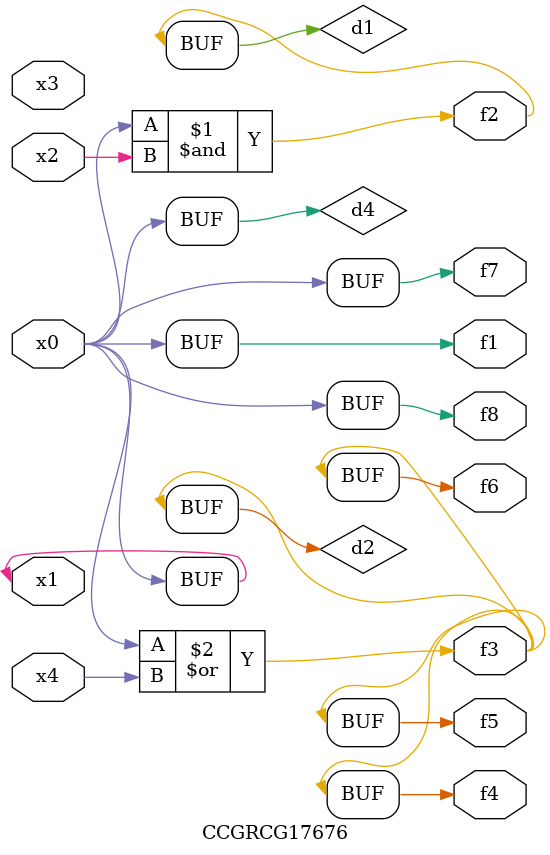
<source format=v>
module CCGRCG17676(
	input x0, x1, x2, x3, x4,
	output f1, f2, f3, f4, f5, f6, f7, f8
);

	wire d1, d2, d3, d4;

	and (d1, x0, x2);
	or (d2, x0, x4);
	nand (d3, x0, x2);
	buf (d4, x0, x1);
	assign f1 = d4;
	assign f2 = d1;
	assign f3 = d2;
	assign f4 = d2;
	assign f5 = d2;
	assign f6 = d2;
	assign f7 = d4;
	assign f8 = d4;
endmodule

</source>
